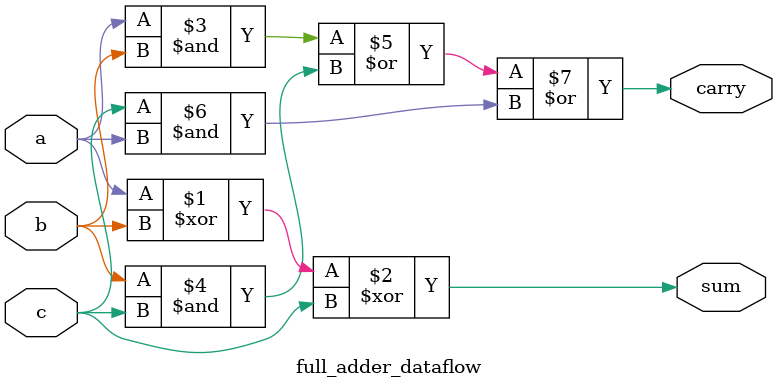
<source format=v>
`timescale 1ns / 1ps


module full_adder_dataflow(
input a,
input b,
input c,
output sum,
output carry
    );
assign sum= a^b^c;
assign carry = (a&b)|(b&c)|(c&a);
endmodule

</source>
